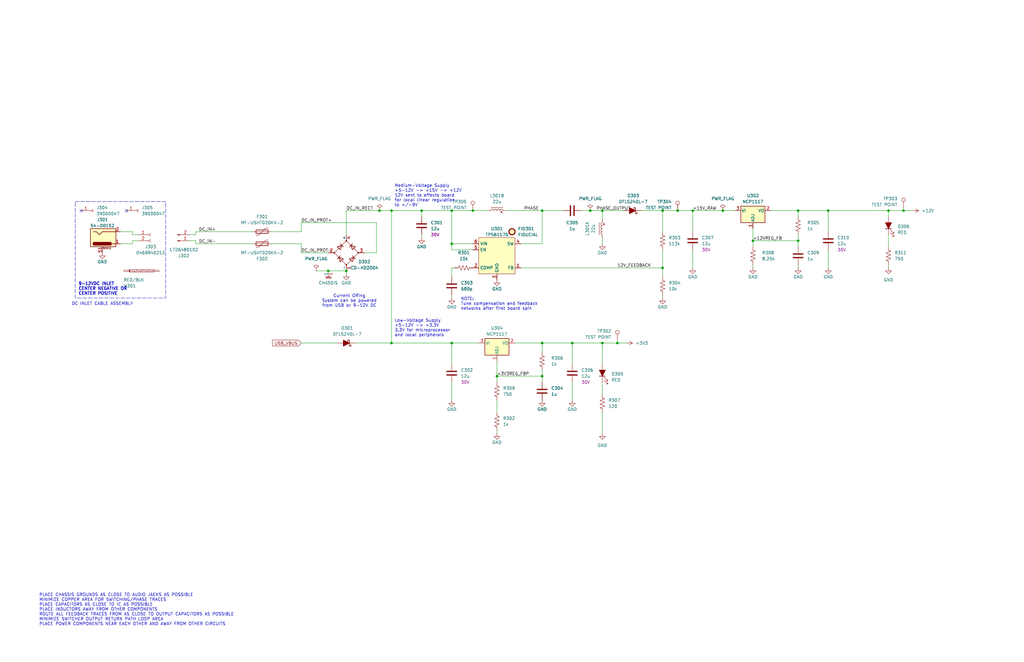
<source format=kicad_sch>
(kicad_sch (version 20231120) (generator "eeschema") (generator_version "8.0")
  (paper "USLedger")
  (title_block (title "Baseboard") (date "2023-08-19") (rev "A") (company "Alessandro Rizzoni") (comment 1 "SCHEMATIC") (comment 2 "DRAFT") (comment 3 "AIR"))
  (lib_symbols
    (symbol "Connector:Conn_01x01_Socket" (pin_names (offset 1.016) hide)
      (property "Reference" "J" (at 0 2.54 0))
      (property "Value" "Conn_01x01_Socket" (at 0 -2.54 0))
      (symbol "Conn_01x01_Socket_1_1"
        (polyline (pts (xy -1.27 0) (xy -0.508 0)) (stroke (width 0.1524)))
        (arc (start 0 0.508) (mid -0.5058 0) (end 0 -0.508) (stroke (width 0.1524)))
        (pin passive line (at -5.08 0 0) (length 3.81) (name "Pin_1") (number "1"))
      )
    )
    (symbol "Connector:Conn_01x02_Pin" (pin_names (offset 1.016) hide)
      (property "Reference" "J" (at 0 2.54 0))
      (property "Value" "Conn_01x02_Pin" (at 0 -5.08 0))
      (symbol "Conn_01x02_Pin_1_1"
        (polyline (pts (xy 1.27 -2.54) (xy 0.8636 -2.54)) (stroke (width 0.1524)))
        (polyline (pts (xy 1.27 0) (xy 0.8636 0)) (stroke (width 0.1524)))
        (rectangle (start 0.8636 -2.413) (end 0 -2.667) (stroke (width 0.1524)) (fill (type outline)))
        (rectangle (start 0.8636 0.127) (end 0 -0.127) (stroke (width 0.1524)) (fill (type outline)))
        (pin passive line (at 5.08 0 180) (length 3.81) (name "Pin_1") (number "1"))
        (pin passive line (at 5.08 -2.54 180) (length 3.81) (name "Pin_2") (number "2"))
      )
    )
    (symbol "Connector:Conn_01x02_Socket" (pin_names (offset 1.016) hide)
      (property "Reference" "J" (at 0 2.54 0))
      (property "Value" "Conn_01x02_Socket" (at 0 -5.08 0))
      (symbol "Conn_01x02_Socket_1_1"
        (arc (start 0 -2.032) (mid -0.5058 -2.54) (end 0 -3.048) (stroke (width 0.1524)))
        (polyline (pts (xy -1.27 -2.54) (xy -0.508 -2.54)) (stroke (width 0.1524)))
        (polyline (pts (xy -1.27 0) (xy -0.508 0)) (stroke (width 0.1524)))
        (arc (start 0 0.508) (mid -0.5058 0) (end 0 -0.508) (stroke (width 0.1524)))
        (pin passive line (at -5.08 0 0) (length 3.81) (name "Pin_1") (number "1"))
        (pin passive line (at -5.08 -2.54 0) (length 3.81) (name "Pin_2") (number "2"))
      )
    )
    (symbol "Connector:TestPoint" (pin_numbers hide) (pin_names (offset 0.762) hide)
      (property "Reference" "TP" (at 0 6.858 0))
      (property "Value" "TestPoint" (at 0 5.08 0))
      (symbol "TestPoint_0_1"
        (circle (center 0 3.302) (radius 0.762))
      )
      (symbol "TestPoint_1_1"
        (pin passive line (at 0 0 90) (length 2.54) (name "1") (number "1"))
      )
    )
    (symbol "Device:C" (pin_numbers hide) (pin_names (offset 0.254))
      (property "Reference" "C" (at 0.635 2.54 0))
      (property "Value" "C" (at 0.635 -2.54 0))
      (symbol "C_0_1"
        (polyline (pts (xy -2.032 -0.762) (xy 2.032 -0.762)) (stroke (width 0.508)))
        (polyline (pts (xy -2.032 0.762) (xy 2.032 0.762)) (stroke (width 0.508)))
      )
      (symbol "C_1_1"
        (pin passive line (at 0 3.81 270) (length 2.794) (name "~") (number "1"))
        (pin passive line (at 0 -3.81 90) (length 2.794) (name "~") (number "2"))
      )
    )
    (symbol "Device:D_Bridge_-AA+" (pin_names (offset 0))
      (property "Reference" "D" (at 2.54 6.985 0))
      (property "Value" "D_Bridge_-AA+" (at 2.54 5.08 0))
      (symbol "D_Bridge_-AA+_0_1"
        (circle (center -5.08 0) (radius 0.254) (fill (type outline)))
        (circle (center 0 -5.08) (radius 0.254) (fill (type outline)))
        (polyline (pts (xy -2.54 3.81) (xy -1.27 2.54)) (stroke (width 0.254)))
        (polyline (pts (xy -1.27 -2.54) (xy -2.54 -3.81)) (stroke (width 0.254)))
        (polyline (pts (xy 2.54 -1.27) (xy 3.81 -2.54)) (stroke (width 0.254)))
        (polyline (pts (xy 2.54 1.27) (xy 3.81 2.54)) (stroke (width 0.254)))
        (polyline (pts (xy -3.81 2.54) (xy -2.54 1.27) (xy -1.905 3.175) (xy -3.81 2.54)) (stroke (width 0.254)))
        (polyline (pts (xy -2.54 -1.27) (xy -3.81 -2.54) (xy -1.905 -3.175) (xy -2.54 -1.27)) (stroke (width 0.254)))
        (polyline (pts (xy 1.27 2.54) (xy 2.54 3.81) (xy 3.175 1.905) (xy 1.27 2.54)) (stroke (width 0.254)))
        (polyline (pts (xy 3.175 -1.905) (xy 1.27 -2.54) (xy 2.54 -3.81) (xy 3.175 -1.905)) (stroke (width 0.254)))
        (polyline (pts (xy -5.08 0) (xy 0 -5.08) (xy 5.08 0) (xy 0 5.08) (xy -5.08 0)))
        (circle (center 0 5.08) (radius 0.254) (fill (type outline)))
        (circle (center 5.08 0) (radius 0.254) (fill (type outline)))
      )
      (symbol "D_Bridge_-AA+_1_1"
        (pin passive line (at -7.62 0 0) (length 2.54) (name "-") (number "1"))
        (pin passive line (at 0 7.62 270) (length 2.54) (name "~") (number "2"))
        (pin passive line (at 0 -7.62 90) (length 2.54) (name "~") (number "3"))
        (pin passive line (at 7.62 0 180) (length 2.54) (name "+") (number "4"))
      )
    )
    (symbol "Device:D_Schottky_Filled" (pin_numbers hide) (pin_names (offset 1.016) hide)
      (property "Reference" "D" (at 0 2.54 0))
      (property "Value" "D_Schottky_Filled" (at 0 -2.54 0))
      (symbol "D_Schottky_Filled_0_1"
        (polyline (pts (xy 1.27 0) (xy -1.27 0)))
        (polyline (pts (xy 1.27 1.27) (xy 1.27 -1.27) (xy -1.27 0) (xy 1.27 1.27)) (stroke (width 0.254)) (fill (type outline)))
        (polyline (pts (xy -1.905 0.635) (xy -1.905 1.27) (xy -1.27 1.27) (xy -1.27 -1.27) (xy -0.635 -1.27) (xy -0.635 -0.635)) (stroke (width 0.254)))
      )
      (symbol "D_Schottky_Filled_1_1"
        (pin passive line (at -3.81 0 0) (length 2.54) (name "K") (number "1"))
        (pin passive line (at 3.81 0 180) (length 2.54) (name "A") (number "2"))
      )
    )
    (symbol "Device:LED_Filled" (pin_numbers hide) (pin_names (offset 1.016) hide)
      (property "Reference" "D" (at 0 2.54 0))
      (property "Value" "LED_Filled" (at 0 -2.54 0))
      (symbol "LED_Filled_0_1"
        (polyline (pts (xy -1.27 -1.27) (xy -1.27 1.27)) (stroke (width 0.254)))
        (polyline (pts (xy -1.27 0) (xy 1.27 0)))
        (polyline (pts (xy 1.27 -1.27) (xy 1.27 1.27) (xy -1.27 0) (xy 1.27 -1.27)) (stroke (width 0.254)) (fill (type outline)))
        (polyline (pts (xy -3.048 -0.762) (xy -4.572 -2.286) (xy -3.81 -2.286) (xy -4.572 -2.286) (xy -4.572 -1.524)))
        (polyline (pts (xy -1.778 -0.762) (xy -3.302 -2.286) (xy -2.54 -2.286) (xy -3.302 -2.286) (xy -3.302 -1.524)))
      )
      (symbol "LED_Filled_1_1"
        (pin passive line (at -3.81 0 0) (length 2.54) (name "K") (number "1"))
        (pin passive line (at 3.81 0 180) (length 2.54) (name "A") (number "2"))
      )
    )
    (symbol "Device:Polyfuse" (pin_numbers hide) (pin_names (offset 0))
      (property "Reference" "F" (at -2.54 0 90))
      (property "Value" "Polyfuse" (at 2.54 0 90))
      (symbol "Polyfuse_0_1"
        (rectangle (start -0.762 2.54) (end 0.762 -2.54) (stroke (width 0.254)))
        (polyline (pts (xy 0 2.54) (xy 0 -2.54)))
        (polyline (pts (xy -1.524 2.54) (xy -1.524 1.524) (xy 1.524 -1.524) (xy 1.524 -2.54)))
      )
      (symbol "Polyfuse_1_1"
        (pin passive line (at 0 3.81 270) (length 1.27) (name "~") (number "1"))
        (pin passive line (at 0 -3.81 90) (length 1.27) (name "~") (number "2"))
      )
    )
    (symbol "Device:R_US" (pin_numbers hide) (pin_names (offset 0))
      (property "Reference" "R" (at 2.54 0 90))
      (property "Value" "R_US" (at -2.54 0 90))
      (symbol "R_US_0_1"
        (polyline (pts (xy 0 -2.286) (xy 0 -2.54)))
        (polyline (pts (xy 0 2.286) (xy 0 2.54)))
        (polyline (pts (xy 0 -0.762) (xy 1.016 -1.143) (xy 0 -1.524) (xy -1.016 -1.905) (xy 0 -2.286)))
        (polyline (pts (xy 0 0.762) (xy 1.016 0.381) (xy 0 0) (xy -1.016 -0.381) (xy 0 -0.762)))
        (polyline (pts (xy 0 2.286) (xy 1.016 1.905) (xy 0 1.524) (xy -1.016 1.143) (xy 0 0.762)))
      )
      (symbol "R_US_1_1"
        (pin passive line (at 0 3.81 270) (length 1.27) (name "~") (number "1"))
        (pin passive line (at 0 -3.81 90) (length 1.27) (name "~") (number "2"))
      )
    )
    (symbol "Library:Barrel_Jack Shielded" (pin_names (offset 1.016))
      (property "Reference" "J" (at 0 5.334 0))
      (property "Value" "Barrel_Jack Shielded" (at -0.635 6.985 0))
      (symbol "Barrel_Jack Shielded_0_1"
        (rectangle (start -6.35 3.81) (end 4.445 -3.81) (stroke (width 0.254)) (fill (type background)))
        (arc (start -4.572 -1.905) (mid -5.2043 -2.54) (end -4.572 -3.175) (stroke (width 0.254)))
        (arc (start -4.572 -1.905) (mid -5.2043 -2.54) (end -4.572 -3.175) (stroke (width 0.254)) (fill (type outline)))
        (polyline (pts (xy 3.81 -2.54) (xy 2.54 -2.54)) (stroke (width 0.254)))
        (polyline (pts (xy -5.08 2.54) (xy -3.81 2.54) (xy -2.54 1.27) (xy -1.27 2.54) (xy 1.27 2.54) (xy 3.81 2.54)) (stroke (width 0.254)))
        (rectangle (start 2.413 -1.905) (end -4.572 -3.175) (stroke (width 0.254)) (fill (type outline)))
      )
      (symbol "Barrel_Jack Shielded_1_1"
        (text "SHIELD" (at 0.635 -4.445 0) (effects (font (size 0.635 0.635))))
        (pin passive line (at 6.35 -2.54 180) (length 2.54) (name "~") (number "1"))
        (pin passive line (at 6.35 2.54 180) (length 2.54) (name "~") (number "2"))
        (pin passive line (at -1.27 -6.35 90) (length 2.54) (name "") (number "S1"))
        (pin passive line (at -1.27 -6.35 90) (length 2.54) hide (name "") (number "S2"))
      )
    )
    (symbol "Library:Chassis" (pin_names (offset 0))
      (property "Value" "CHASSIS" (at 0 -3.302 0))
      (symbol "Chassis_0_1"
        (polyline (pts (xy 0 -1.27) (xy 0 0)))
        (polyline (pts (xy -1.016 -1.27) (xy -1.27 -2.032) (xy -1.27 -2.032)) (stroke (width 0.2032)))
        (polyline (pts (xy -0.508 -1.27) (xy -0.762 -2.032) (xy -0.762 -2.032)) (stroke (width 0.2032)))
        (polyline (pts (xy 0 -1.27) (xy -0.254 -2.032) (xy -0.254 -2.032)) (stroke (width 0.2032)))
        (polyline (pts (xy 0.508 -1.27) (xy 0.254 -2.032) (xy 0.254 -2.032)) (stroke (width 0.2032)))
        (polyline (pts (xy 1.016 -1.27) (xy -1.016 -1.27) (xy -1.016 -1.27)) (stroke (width 0.2032)))
        (polyline (pts (xy 1.016 -1.27) (xy 0.762 -2.032) (xy 0.762 -2.032) (xy 0.762 -2.032)) (stroke (width 0.2032)))
      )
      (symbol "Chassis_1_1"
        (pin power_in line (at 0 0 270) (length 0) (name "1") (number "1"))
      )
    )
    (symbol "Library:L_Coupled_POLAR" (pin_numbers hide) (pin_names (offset 1.016) hide)
      (property "Reference" "L" (at -1.27 0 90))
      (property "Value" "L" (at 2.54 0 90))
      (symbol "L_Coupled_POLAR_0_1"
        (arc (start 0 -2.54) (mid 0.6323 -1.905) (end 0 -1.27))
        (arc (start 0 -1.27) (mid 0.6323 -0.635) (end 0 0))
        (polyline (pts (xy 1.27 2.54) (xy 1.27 -2.54)))
        (arc (start 0 0) (mid 0.6323 0.635) (end 0 1.27))
        (arc (start 0 1.27) (mid 0.6323 1.905) (end 0 2.54))
      )
      (symbol "L_Coupled_POLAR_1_1"
        (circle (center -0.635 1.905) (radius 0.254) (fill (type outline)))
        (pin passive line (at 0 3.81 270) (length 1.27) (name "1") (number "1"))
        (pin passive line (at 0 -3.81 90) (length 1.27) (name "2") (number "2"))
      )
      (symbol "L_Coupled_POLAR_2_1"
        (circle (center -0.635 1.905) (radius 0.254) (fill (type outline)))
        (pin passive line (at 0 3.81 270) (length 1.27) (name "3") (number "3"))
        (pin passive line (at 0 -3.81 90) (length 1.27) (name "4") (number "4"))
      )
    )
    (symbol "Library:TI_TPS61170"
      (property "Reference" "U" (at 0 11.176 0))
      (property "Value" "TPS61170" (at 0 9.144 0))
      (symbol "TI_TPS61170_0_0"
        (pin input line (at 10.16 -5.08 180) (length 2.54) (name "FB") (number "1"))
        (pin output line (at -10.16 -5.08 0) (length 2.54) (name "COMP") (number "2"))
        (pin power_in line (at 0 -10.16 90) (length 2.54) (name "GND") (number "3"))
      )
      (symbol "TI_TPS61170_1_0"
        (pin power_out line (at 10.16 5.08 180) (length 2.54) (name "SW") (number "4"))
        (pin input line (at -10.16 2.54 0) (length 2.54) (name "EN") (number "5"))
        (pin power_in line (at -10.16 5.08 0) (length 2.54) (name "VIN") (number "6"))
        (pin power_in line (at 0 -10.16 90) (length 2.54) hide (name "GND") (number "7"))
      )
      (symbol "TI_TPS61170_1_1"
        (rectangle (start -7.62 7.62) (end 7.62 -7.62) (fill (type background)))
      )
    )
    (symbol "Library:Twisted_Pair" (on_board no)
      (property "Reference" "W" (at 0 -1.27 0))
      (symbol "Twisted_Pair_0_1"
        (arc (start -5.08 -0.508) (mid -4.9748 -0.254) (end -5.08 0))
        (arc (start -5.08 0) (mid -5.1852 -0.254) (end -5.08 -0.508))
        (arc (start -5.08 0) (mid -4.9748 0.254) (end -5.08 0.508))
        (arc (start -5.08 0.508) (mid -5.1852 0.254) (end -5.08 0))
        (arc (start -3.0452 -0.0028) (mid -2.8664 0.0724) (end -2.7912 0.2512))
        (arc (start -2.794 0.254) (mid -2.8684 0.4336) (end -3.048 0.508))
        (arc (start -2.5427 0.5107) (mid -2.7215 0.4355) (end -2.7967 0.2567))
        (arc (start -2.54 -0.508) (mid -2.3607 -0.4333) (end -2.286 -0.254))
        (arc (start -2.286 -0.254) (mid -2.2116 -0.4336) (end -2.032 -0.508))
        (arc (start -2.0354 0.0034) (mid -2.214 -0.072) (end -2.2894 -0.2506))
        (arc (start -0.5052 -0.0028) (mid -0.3264 0.0724) (end -0.2512 0.2512))
        (arc (start -0.254 0.254) (mid -0.3284 0.4336) (end -0.508 0.508))
        (arc (start -0.0027 0.5107) (mid -0.1815 0.4355) (end -0.2567 0.2567))
        (arc (start 0 -0.508) (mid 0.1793 -0.4333) (end 0.254 -0.254))
        (polyline (pts (xy -5.08 -0.508) (xy -2.54 -0.508)))
        (polyline (pts (xy -5.08 -0.254) (xy -7.62 -0.254)))
        (polyline (pts (xy -5.08 0) (xy -3.048 0)))
        (polyline (pts (xy -5.08 0.254) (xy -7.62 0.254)))
        (polyline (pts (xy -3.048 0.508) (xy -5.08 0.508)))
        (polyline (pts (xy -2.032 -0.508) (xy 0 -0.508)))
        (polyline (pts (xy -2.032 0) (xy -0.508 0)))
        (polyline (pts (xy -0.508 0.508) (xy -2.54 0.508)))
        (polyline (pts (xy 0 0.508) (xy 2.032 0.508)))
        (polyline (pts (xy 0.508 -0.508) (xy 2.54 -0.508)))
        (polyline (pts (xy 2.032 0) (xy 0.508 0)))
        (polyline (pts (xy 2.54 0.508) (xy 5.08 0.508)))
        (polyline (pts (xy 3.048 0) (xy 5.08 0)))
        (polyline (pts (xy 5.08 -0.508) (xy 3.048 -0.508)))
        (polyline (pts (xy 5.207 -0.254) (xy 7.62 -0.254)))
        (polyline (pts (xy 5.207 0.254) (xy 7.62 0.254)))
        (arc (start 0.254 -0.254) (mid 0.3284 -0.4336) (end 0.508 -0.508))
        (arc (start 0.5046 0.0034) (mid 0.326 -0.072) (end 0.2506 -0.2506))
        (arc (start 2.0348 -0.0028) (mid 2.2136 0.0724) (end 2.2888 0.2512))
        (arc (start 2.286 0.254) (mid 2.2116 0.4336) (end 2.032 0.508))
        (arc (start 2.5373 0.5107) (mid 2.3585 0.4355) (end 2.2833 0.2567))
        (arc (start 2.54 -0.508) (mid 2.7193 -0.4333) (end 2.794 -0.254))
        (arc (start 2.794 -0.254) (mid 2.8684 -0.4336) (end 3.048 -0.508))
        (arc (start 3.0446 0.0034) (mid 2.866 -0.072) (end 2.7906 -0.2506))
        (arc (start 5.08 -0.508) (mid 5.1852 -0.254) (end 5.08 0))
        (arc (start 5.08 0) (mid 5.1852 0.254) (end 5.08 0.508))
      )
    )
    (symbol "Mechanical:Fiducial" (exclude_from_sim yes) (in_bom no)
      (property "Reference" "FID" (at 0 5.08 0))
      (property "Value" "Fiducial" (at 0 3.175 0))
      (symbol "Fiducial_0_1"
        (circle (center 0 0) (radius 1.27) (stroke (width 0.508)) (fill (type background)))
      )
    )
    (symbol "Regulator_Linear:NCP1117-ADJ_TO252" (pin_names (offset 0.254))
      (property "Reference" "U" (at -3.81 3.175 0))
      (property "Value" "NCP1117-ADJ_TO252" (at 0 3.175 0))
      (symbol "NCP1117-ADJ_TO252_0_1"
        (rectangle (start -5.08 1.905) (end 5.08 -5.08) (stroke (width 0.254)) (fill (type background)))
      )
      (symbol "NCP1117-ADJ_TO252_1_1"
        (pin input line (at 0 -7.62 90) (length 2.54) (name "ADJ") (number "1"))
        (pin power_out line (at 7.62 0 180) (length 2.54) (name "VO") (number "2"))
        (pin power_in line (at -7.62 0 0) (length 2.54) (name "VI") (number "3"))
      )
    )
    (symbol "power:+3V3" (power) (pin_numbers hide) (pin_names (offset 0) hide)
      (property "Value" "+3V3" (at 0 3.556 0))
      (symbol "+3V3_0_1"
        (polyline (pts (xy -0.762 1.27) (xy 0 2.54)))
        (polyline (pts (xy 0 0) (xy 0 2.54)))
        (polyline (pts (xy 0 2.54) (xy 0.762 1.27)))
      )
      (symbol "+3V3_1_1"
        (pin power_in line (at 0 0 90) (length 0) (name "~") (number "1"))
      )
    )
    (symbol "power:+9V" (power) (pin_numbers hide) (pin_names (offset 0) hide)
      (property "Value" "+9V" (at 0 3.556 0))
      (symbol "+9V_0_1"
        (polyline (pts (xy -0.762 1.27) (xy 0 2.54)))
        (polyline (pts (xy 0 0) (xy 0 2.54)))
        (polyline (pts (xy 0 2.54) (xy 0.762 1.27)))
      )
      (symbol "+9V_1_1"
        (pin power_in line (at 0 0 90) (length 0) (name "~") (number "1"))
      )
    )
    (symbol "power:GND" (power) (pin_numbers hide) (pin_names (offset 0) hide)
      (property "Value" "GND" (at 0 -3.81 0))
      (symbol "GND_0_1"
        (polyline (pts (xy 0 0) (xy 0 -1.27) (xy 1.27 -1.27) (xy 0 -2.54) (xy -1.27 -1.27) (xy 0 -1.27)))
      )
      (symbol "GND_1_1"
        (pin power_in line (at 0 0 270) (length 0) (name "~") (number "1"))
      )
    )
    (symbol "power:PWR_FLAG" (power) (pin_numbers hide) (pin_names (offset 0) hide)
      (property "Value" "PWR_FLAG" (at 0 3.81 0))
      (symbol "PWR_FLAG_0_0"
        (pin power_out line (at 0 0 90) (length 0) (name "~") (number "1"))
      )
      (symbol "PWR_FLAG_0_1"
        (polyline (pts (xy 0 0) (xy 0 1.27) (xy -1.016 1.905) (xy 0 2.54) (xy 1.016 1.905) (xy 0 1.27)))
      )
    )
  )
  (junction (at 165.1 88.9))
  (junction (at 190.5 102.87))
  (junction (at 292.1 88.9))
  (junction (at 248.92 88.9))
  (junction (at 228.6 158.75))
  (junction (at 165.1 144.78))
  (junction (at 279.4 113.03))
  (junction (at 209.55 158.75))
  (junction (at 160.02 88.9))
  (junction (at 254 144.78))
  (junction (at 138.43 114.3))
  (junction (at 349.25 88.9))
  (junction (at 304.8 88.9))
  (junction (at 190.5 144.78))
  (junction (at 336.55 101.6))
  (junction (at 381 88.9))
  (junction (at 260.35 144.78))
  (junction (at 254 88.9))
  (junction (at 241.3 144.78))
  (junction (at 190.5 88.9))
  (junction (at 228.6 88.9))
  (junction (at 228.6 144.78))
  (junction (at 146.05 114.3))
  (junction (at 336.55 88.9))
  (junction (at 279.4 88.9))
  (junction (at 177.8 88.9))
  (junction (at 317.5 101.6))
  (junction (at 374.65 88.9))
  (junction (at 285.75 88.9))
  (junction (at 199.39 88.9))
  (no_connect (at 34.29 88.9))
  (no_connect (at 53.34 88.9))
  (wire (pts (xy 336.55 111.76) (xy 336.55 113.03)))
  (wire (pts (xy 279.4 113.03) (xy 279.4 116.84)))
  (wire (pts (xy 279.4 88.9) (xy 279.4 97.79)))
  (wire (pts (xy 114.3 97.79) (xy 127 97.79)))
  (wire (pts (xy 292.1 105.41) (xy 292.1 113.03)))
  (wire (pts (xy 228.6 144.78) (xy 241.3 144.78)))
  (wire (pts (xy 55.88 102.87) (xy 55.88 101.6)))
  (wire (pts (xy 209.55 173.99) (xy 209.55 168.91)))
  (wire (pts (xy 146.05 88.9) (xy 160.02 88.9)))
  (wire (pts (xy 160.02 88.9) (xy 165.1 88.9)))
  (wire (pts (xy 82.55 99.06) (xy 82.55 97.79)))
  (wire (pts (xy 374.65 88.9) (xy 381 88.9)))
  (wire (pts (xy 336.55 101.6) (xy 336.55 104.14)))
  (wire (pts (xy 165.1 144.78) (xy 190.5 144.78)))
  (wire (pts (xy 149.86 144.78) (xy 165.1 144.78)))
  (wire (pts (xy 127 102.87) (xy 127 106.68)))
  (wire (pts (xy 165.1 144.78) (xy 165.1 88.9)))
  (wire (pts (xy 279.4 105.41) (xy 279.4 113.03)))
  (wire (pts (xy 127 97.79) (xy 127 93.98)))
  (wire (pts (xy 114.3 102.87) (xy 127 102.87)))
  (wire (pts (xy 336.55 88.9) (xy 349.25 88.9)))
  (wire (pts (xy 50.8 102.87) (xy 55.88 102.87)))
  (wire (pts (xy 127 106.68) (xy 138.43 106.68)))
  (wire (pts (xy 146.05 115.57) (xy 146.05 114.3)))
  (wire (pts (xy 317.5 101.6) (xy 317.5 96.52)))
  (wire (pts (xy 292.1 88.9) (xy 304.8 88.9)))
  (wire (pts (xy 254 144.78) (xy 254 153.67)))
  (wire (pts (xy 228.6 144.78) (xy 228.6 148.59)))
  (wire (pts (xy 349.25 88.9) (xy 374.65 88.9)))
  (wire (pts (xy 349.25 105.41) (xy 349.25 113.03)))
  (wire (pts (xy 209.55 158.75) (xy 209.55 161.29)))
  (wire (pts (xy 381 87.63) (xy 381 88.9)))
  (wire (pts (xy 190.5 144.78) (xy 190.5 153.67)))
  (wire (pts (xy 138.43 115.57) (xy 138.43 114.3)))
  (wire (pts (xy 127 144.78) (xy 142.24 144.78)))
  (wire (pts (xy 177.8 88.9) (xy 190.5 88.9)))
  (wire (pts (xy 317.5 101.6) (xy 317.5 104.14)))
  (wire (pts (xy 285.75 88.9) (xy 292.1 88.9)))
  (wire (pts (xy 254 88.9) (xy 262.89 88.9)))
  (wire (pts (xy 58.42 99.06) (xy 55.88 99.06)))
  (wire (pts (xy 317.5 113.03) (xy 317.5 111.76)))
  (wire (pts (xy 241.3 161.29) (xy 241.3 168.91)))
  (wire (pts (xy 260.35 144.78) (xy 264.16 144.78)))
  (wire (pts (xy 254 144.78) (xy 260.35 144.78)))
  (wire (pts (xy 279.4 88.9) (xy 285.75 88.9)))
  (wire (pts (xy 241.3 153.67) (xy 241.3 144.78)))
  (wire (pts (xy 190.5 124.46) (xy 190.5 125.73)))
  (wire (pts (xy 209.55 152.4) (xy 209.55 158.75)))
  (wire (pts (xy 133.35 114.3) (xy 138.43 114.3)))
  (wire (pts (xy 279.4 125.73) (xy 279.4 124.46)))
  (wire (pts (xy 199.39 88.9) (xy 190.5 88.9)))
  (wire (pts (xy 349.25 97.79) (xy 349.25 88.9)))
  (wire (pts (xy 190.5 88.9) (xy 190.5 102.87)))
  (wire (pts (xy 260.35 143.51) (xy 260.35 144.78)))
  (wire (pts (xy 254 173.99) (xy 254 182.88)))
  (wire (pts (xy 374.65 111.76) (xy 374.65 113.03)))
  (wire (pts (xy 80.01 101.6) (xy 82.55 101.6)))
  (wire (pts (xy 317.5 101.6) (xy 336.55 101.6)))
  (wire (pts (xy 245.11 88.9) (xy 248.92 88.9)))
  (wire (pts (xy 217.17 144.78) (xy 228.6 144.78)))
  (wire (pts (xy 219.71 113.03) (xy 279.4 113.03)))
  (wire (pts (xy 190.5 113.03) (xy 190.5 116.84)))
  (wire (pts (xy 190.5 102.87) (xy 199.39 102.87)))
  (wire (pts (xy 292.1 88.9) (xy 292.1 97.79)))
  (wire (pts (xy 55.88 101.6) (xy 58.42 101.6)))
  (wire (pts (xy 336.55 88.9) (xy 336.55 91.44)))
  (wire (pts (xy 228.6 102.87) (xy 228.6 88.9)))
  (wire (pts (xy 127 93.98) (xy 158.75 93.98)))
  (wire (pts (xy 55.88 99.06) (xy 55.88 97.79)))
  (wire (pts (xy 374.65 88.9) (xy 374.65 91.44)))
  (wire (pts (xy 336.55 99.06) (xy 336.55 101.6)))
  (wire (pts (xy 82.55 97.79) (xy 106.68 97.79)))
  (wire (pts (xy 219.71 102.87) (xy 228.6 102.87)))
  (wire (pts (xy 191.77 113.03) (xy 190.5 113.03)))
  (wire (pts (xy 146.05 88.9) (xy 146.05 99.06)))
  (wire (pts (xy 158.75 106.68) (xy 158.75 93.98)))
  (wire (pts (xy 384.81 88.9) (xy 381 88.9)))
  (wire (pts (xy 205.74 88.9) (xy 199.39 88.9)))
  (wire (pts (xy 190.5 161.29) (xy 190.5 168.91)))
  (wire (pts (xy 254 100.33) (xy 254 102.87)))
  (wire (pts (xy 304.8 88.9) (xy 309.88 88.9)))
  (wire (pts (xy 248.92 88.9) (xy 254 88.9)))
  (wire (pts (xy 241.3 144.78) (xy 254 144.78)))
  (wire (pts (xy 254 161.29) (xy 254 166.37)))
  (wire (pts (xy 55.88 97.79) (xy 50.8 97.79)))
  (wire (pts (xy 270.51 88.9) (xy 279.4 88.9)))
  (wire (pts (xy 82.55 102.87) (xy 106.68 102.87)))
  (wire (pts (xy 325.12 88.9) (xy 336.55 88.9)))
  (wire (pts (xy 177.8 99.06) (xy 177.8 100.33)))
  (wire (pts (xy 228.6 88.9) (xy 237.49 88.9)))
  (wire (pts (xy 165.1 88.9) (xy 177.8 88.9)))
  (wire (pts (xy 138.43 114.3) (xy 146.05 114.3)))
  (wire (pts (xy 228.6 156.21) (xy 228.6 158.75)))
  (wire (pts (xy 177.8 88.9) (xy 177.8 91.44)))
  (wire (pts (xy 213.36 88.9) (xy 228.6 88.9)))
  (wire (pts (xy 228.6 158.75) (xy 228.6 161.29)))
  (wire (pts (xy 254 88.9) (xy 254 92.71)))
  (wire (pts (xy 190.5 102.87) (xy 190.5 105.41)))
  (wire (pts (xy 374.65 99.06) (xy 374.65 104.14)))
  (wire (pts (xy 209.55 158.75) (xy 228.6 158.75)))
  (wire (pts (xy 199.39 105.41) (xy 190.5 105.41)))
  (wire (pts (xy 209.55 182.88) (xy 209.55 181.61)))
  (wire (pts (xy 80.01 99.06) (xy 82.55 99.06)))
  (wire (pts (xy 190.5 144.78) (xy 201.93 144.78)))
  (wire (pts (xy 82.55 101.6) (xy 82.55 102.87)))
  (wire (pts (xy 158.75 106.68) (xy 153.67 106.68)))
  (rectangle (start 31.75 85.09) (end 69.85 125.73) (stroke (width 0) (type dash)))
  (text "NOTE:\nTune compensation and feedback\nnetworks after first board spin" (at 194.31 128.27 0) (effects (font (size 1.27 1.27)) (justify left)))
  (text "Current ORing\nSystem can be powered\nfrom USB or 9-12V DC" (at 147.32 127 0) (effects (font (size 1.27 1.27))))
  (text "9-12VDC INLET\nCENTER NEGATIVE OR\nCENTER POSITIVE" (at 33.02 121.92 0) (effects (font (size 1.27 1.27) (thickness 0.254) (bold yes)) (justify left)))
  (text "PLACE CHASSIS GROUNDS AS CLOSE TO AUDIO JACKS AS POSSIBLE\nMINIMIZE COPPER AREA FOR SWITCHING/PHASE TRACES\nPLACE CAPACITORS AS CLOSE TO IC AS POSSIBLE\nPLACE INDUCTORS AWAY FROM OTHER COMPONENTS\nROUTE ALL FEEDBACK TRACES FROM AS CLOSE TO OUTPUT CAPACITORS AS POSSIBLE\nMINIMIZE SWITCHER OUTPUT RETURN PATH LOOP AREA\nPLACE POWER COMPONENTS NEAR EACH OTHER AND AWAY FROM OTHER CIRCUITS\n" (at 16.51 264.16 0) (effects (font (size 1.27 1.27)) (justify left bottom)))
  (text "DC INLET CABLE ASSEMBLY" (at 43.18 128.27 0) (effects (font (size 1.27 1.27))))
  (text "Low-Voltage Supply\n+5-12V -> +3.3V\n3.3V for microprocessor\nand local peripherals" (at 166.37 138.43 0) (effects (font (size 1.27 1.27)) (justify left)))
  (text "Medium-Voltage Supply\n+5-12V -> +15V -> +12V\n12V sent to effects board\nfor local linear regulation\nto +/-9V" (at 166.37 82.55 0) (effects (font (size 1.27 1.27)) (justify left)))
  (label "DC_IN-" (at 83.82 102.87 0))
  (label "+3V3REG_FBP" (at 209.55 158.75 0))
  (label "DC_IN_RECT" (at 146.05 88.9 0))
  (label "PHASE" (at 220.98 88.9 0))
  (label "12V_FEEDBACK" (at 260.35 113.03 0))
  (label "PHASE_OUTPUT" (at 251.46 88.9 0))
  (label "+12VREG_FB" (at 317.5 101.6 0))
  (label "+15V_RAW" (at 292.1 88.9 0))
  (label "DC_IN+" (at 83.82 97.79 0))
  (label "DC_IN_PROT+" (at 127 93.98 0))
  (label "DC_IN_PROT-" (at 127 106.68 0))
  (global_label "USB_VBUS" (shape input) (at 127 144.78 180) (property "Intersheetrefs" "${INTERSHEET_REFS}" (effects (hide yes))))
  (symbol (lib_id "Library:TI_TPS61170") (at 209.55 107.95 0) (unit 1)
    (property "Reference" "U301" (at 209.55 96.52 0))
    (property "Value" "TPS61170" (at 209.55 99.06 0))
    (property "Footprint" "Library:WSON-6-1EP_2x2mm_P0.65mm_EP1x1.6mm_ThermalVias" (effects (hide yes)))
    (property "Datasheet" "https://www.ti.com/lit/ds/symlink/tps61170.pdf?HQS=dis-dk-null-digikeymode-dsf-pf-null-wwe&ts=1714356310390&ref_url=https%253A%252F%252Fwww.ti.com%252Fgeneral%252Fdocs%252Fsuppproductinfo.tsp%253FdistId%253D10%2526gotoUrl%253Dhttps%253A%252F%252Fwww.ti.com%252Flit%252Fgpn%252Ftps61170" (effects (hide yes)))
    (property "Manufacturer" "Texas Instruments" (effects (hide yes)))
    (property "Manufacturer (Alternate)" "Texas Instruments" (effects (hide yes)))
    (property "Part Number" "TPS61170DRVR" (effects (hide yes)))
    (property "Part Number (Alternate)" "TPS61170DRVRQ1" (effects (hide yes)))
  )
  (symbol (lib_id "Device:R_US") (at 254 170.18 0) (unit 1)
    (property "Reference" "R307" (at 256.54 168.91 0) (effects (justify left)))
    (property "Value" "120" (at 256.54 171.45 0) (effects (justify left)))
    (property "Footprint" "Resistor_SMD:R_0402_1005Metric" (effects (hide yes)))
    (property "Description" "Resistor, US symbol" (effects (hide yes)))
  )
  (symbol (lib_id "Device:D_Schottky_Filled") (at 266.7 88.9 180) (unit 1)
    (property "Reference" "D303" (at 267.0175 82.55 0))
    (property "Value" "DFLS240L-7" (at 267.0175 85.09 0))
    (property "Footprint" "Library:D_PowerDI-123_THERMAL_PAD" (effects (hide yes)))
    (property "Description" "Schottky diode, filled shape" (effects (hide yes)))
    (property "Manufacturer" "Diodes Inc." (effects (hide yes)))
    (property "Part Number" "DFLS240L-7" (effects (hide yes)))
    (property "Manufacturer (Alternate)" "Diodes Inc." (effects (hide yes)))
    (property "Part Number (Alternate)" "DFLS260L-7 " (effects (hide yes)))
  )
  (symbol (lib_id "power:GND") (at 190.5 168.91 0) (unit 1)
    (property "Reference" "#PWR0304" (effects (hide yes)))
    (property "Value" "GND" (at 190.5 172.72 0))
    (property "Description" "Power symbol creates a global label with name \"GND\" , ground" (effects (hide yes)))
  )
  (symbol (lib_id "Connector:Conn_01x02_Socket") (at 63.5 99.06 0) (unit 1) (on_board no)
    (property "Reference" "J303" (at 63.5 104.14 0))
    (property "Value" "0469940212" (at 63.5 106.68 0))
    (property "Footprint" "N/A" (effects (hide yes)))
    (property "Description" "Generic connector, single row, 01x02, script generated" (effects (hide yes)))
    (property "Part Number (Alternate)" "N/A" (effects (hide yes)))
    (property "Manufacturer (Alternate)" "N/A" (effects (hide yes)))
    (property "Manufacturer" "Molex" (effects (hide yes)))
    (property "Part Number" "0469940212" (effects (hide yes)))
  )
  (symbol (lib_id "Device:R_US") (at 279.4 101.6 0) (unit 1)
    (property "Reference" "R303" (at 281.94 100.33 0) (effects (justify left)))
    (property "Value" "113k" (at 281.94 102.87 0) (effects (justify left)))
    (property "Footprint" "Resistor_SMD:R_0402_1005Metric" (effects (hide yes)))
    (property "Description" "Resistor, US symbol" (effects (hide yes)))
  )
  (symbol (lib_id "Device:R_US") (at 374.65 107.95 0) (unit 1)
    (property "Reference" "R311" (at 377.19 106.68 0) (effects (justify left)))
    (property "Value" "750" (at 377.19 109.22 0) (effects (justify left)))
    (property "Footprint" "Resistor_SMD:R_0402_1005Metric" (effects (hide yes)))
    (property "Description" "Resistor, US symbol" (effects (hide yes)))
  )
  (symbol (lib_id "power:GND") (at 177.8 100.33 0) (unit 1)
    (property "Reference" "#PWR0303" (effects (hide yes)))
    (property "Value" "GND" (at 177.8 104.14 0))
    (property "Description" "Power symbol creates a global label with name \"GND\" , ground" (effects (hide yes)))
  )
  (symbol (lib_id "Device:C") (at 292.1 101.6 0) (mirror x) (unit 1) (exclude_from_sim yes)
    (property "Reference" "C307" (at 295.91 100.33 0) (effects (justify left)))
    (property "Value" "12u" (at 295.91 102.87 0) (effects (justify left)))
    (property "Footprint" "Capacitor_SMD:C_0805_2012Metric" (effects (hide yes)))
    (property "Description" "Unpolarized capacitor" (effects (hide yes)))
    (property "Note 1" "30V" (at 295.91 105.41 0) (effects (justify left)))
  )
  (symbol (lib_id "power:PWR_FLAG") (at 248.92 88.9 0) (unit 1)
    (property "Reference" "#FLG0305" (effects (hide yes)))
    (property "Value" "PWR_FLAG" (at 248.92 83.82 0))
    (property "Description" "Special symbol for telling ERC where power comes from" (effects (hide yes)))
  )
  (symbol (lib_id "Library:L_Coupled_POLAR") (at 254 96.52 0) (mirror y) (unit 1)
    (property "Reference" "L301" (at 247.65 96.52 90))
    (property "Value" "22u" (at 250.19 96.52 90))
    (property "Footprint" "Library:EATON_DRQ73-220-R" (effects (hide yes)))
    (property "Description" "Inductor" (effects (hide yes)))
    (property "Manufacturer" "Eaton" (effects (hide yes)))
    (property "Part Number" "DRQ73-220-R" (effects (hide yes)))
    (property "Manufacturer (Alternate)" "N/A" (effects (hide yes)))
    (property "Part Number (Alternate)" "N/A" (effects (hide yes)))
  )
  (symbol (lib_id "Device:R_US") (at 209.55 177.8 0) (unit 1)
    (property "Reference" "R302" (at 212.09 176.53 0) (effects (justify left)))
    (property "Value" "1k" (at 212.09 179.07 0) (effects (justify left)))
    (property "Footprint" "Resistor_SMD:R_0402_1005Metric" (effects (hide yes)))
    (property "Description" "Resistor, US symbol" (effects (hide yes)))
  )
  (symbol (lib_id "Device:C") (at 241.3 88.9 90) (mirror x) (unit 1)
    (property "Reference" "C305" (at 241.3 93.98 90))
    (property "Value" "1u" (at 241.3 96.52 90))
    (property "Footprint" "Capacitor_SMD:C_0603_1608Metric" (effects (hide yes)))
    (property "Description" "Unpolarized capacitor" (effects (hide yes)))
    (property "Note 1" "30V" (effects (hide yes)))
  )
  (symbol (lib_id "power:GND") (at 209.55 118.11 0) (unit 1)
    (property "Reference" "#PWR0307" (effects (hide yes)))
    (property "Value" "GND" (at 209.55 121.92 0))
    (property "Description" "Power symbol creates a global label with name \"GND\" , ground" (effects (hide yes)))
  )
  (symbol (lib_id "Device:LED_Filled") (at 254 157.48 90) (unit 1)
    (property "Reference" "D305" (at 257.81 157.7975 90) (effects (justify right)))
    (property "Value" "RED" (at 257.81 160.3375 90) (effects (justify right)))
    (property "Footprint" "LED_SMD:LED_0603_1608Metric" (effects (hide yes)))
    (property "Description" "Light emitting diode, filled shape" (effects (hide yes)))
    (property "Manufacturer" "Wurth" (effects (hide yes)))
    (property "Part Number" "150060RS75000" (effects (hide yes)))
    (property "Manufacturer (Alternate)" "Lite-On Inc." (effects (hide yes)))
    (property "Part Number (Alternate)" "LTST-C193KRKT-5A" (effects (hide yes)))
  )
  (symbol (lib_id "power:GND") (at 254 102.87 0) (unit 1)
    (property "Reference" "#PWR0309" (effects (hide yes)))
    (property "Value" "GND" (at 254 106.68 0))
    (property "Description" "Power symbol creates a global label with name \"GND\" , ground" (effects (hide yes)))
  )
  (symbol (lib_id "Device:C") (at 177.8 95.25 0) (mirror x) (unit 1) (exclude_from_sim yes)
    (property "Reference" "C301" (at 181.61 93.98 0) (effects (justify left)))
    (property "Value" "12u" (at 181.61 96.52 0) (effects (justify left)))
    (property "Footprint" "Capacitor_SMD:C_0805_2012Metric" (effects (hide yes)))
    (property "Description" "Unpolarized capacitor" (effects (hide yes)))
    (property "Note 1" "30V" (at 181.61 99.06 0) (effects (justify left)))
  )
  (symbol (lib_id "Library:Twisted_Pair") (at 59.69 114.3 0) (mirror x) (unit 1) (exclude_from_sim yes) (on_board no)
    (property "Reference" "W301" (at 52.07 120.65 0) (effects (justify left)))
    (property "Value" "RED/BLK" (at 52.07 118.11 0) (effects (justify left)))
    (property "Footprint" "N/A" (effects (hide yes)))
    (property "Datasheet" "http://www.asapwire.com/ProductDetails.asp?ProductCode=UL1007%2D24%2DXXTP1%2D0500" (effects (hide yes)))
    (property "Manufacturer" "ASAP Wire" (effects (hide yes)))
    (property "Part Number" "UL1007 UL1569 CSA-TR64 24 AWG (7/30) " (effects (hide yes)))
    (property "Manufacturer (Alternate)" "N/A" (effects (hide yes)))
    (property "Part Number (Alternate)" "UL1007 UL1569 CSA-TR64 24 AWG (7/30) " (effects (hide yes)))
  )
  (symbol (lib_id "Regulator_Linear:NCP1117-ADJ_TO252") (at 317.5 88.9 0) (unit 1)
    (property "Reference" "U302" (at 317.5 82.55 0))
    (property "Value" "NCP1117" (at 317.5 85.09 0))
    (property "Footprint" "Library:TO-252-2_THERMAL_PAD" (effects (hide yes)))
    (property "Datasheet" "http://www.onsemi.com/pub_link/Collateral/NCP1117-D.PDF" (effects (hide yes)))
    (property "Description" "1A Low drop-out regulator, Adjustable Output 1.25 - 18.8V, TO-252 (DPAK)" (effects (hide yes)))
  )
  (symbol (lib_id "Device:C") (at 190.5 120.65 0) (unit 1)
    (property "Reference" "C303" (at 194.31 119.38 0) (effects (justify left)))
    (property "Value" "680p" (at 194.31 121.92 0) (effects (justify left)))
    (property "Footprint" "Capacitor_SMD:C_0603_1608Metric" (effects (hide yes)))
    (property "Description" "Unpolarized capacitor" (effects (hide yes)))
    (property "Note 1" "30V " (effects (hide yes)))
    (property "Note 2" "C0G(NP0)" (effects (hide yes)))
  )
  (symbol (lib_id "power:GND") (at 190.5 125.73 0) (unit 1)
    (property "Reference" "#PWR0305" (effects (hide yes)))
    (property "Value" "GND" (at 190.5 129.54 0))
    (property "Description" "Power symbol creates a global label with name \"GND\" , ground" (effects (hide yes)))
  )
  (symbol (lib_id "power:+3V3") (at 264.16 144.78 270) (unit 1)
    (property "Reference" "#PWR0316" (effects (hide yes)))
    (property "Value" "+3V3" (at 267.97 144.7799 90) (effects (justify left)))
    (property "Description" "Power symbol creates a global label with name \"+3V3\"" (effects (hide yes)))
  )
  (symbol (lib_id "Device:R_US") (at 336.55 95.25 180) (unit 1)
    (property "Reference" "R305" (at 340.36 93.9799 0) (effects (justify right)))
    (property "Value" "1k" (at 340.36 96.5199 0) (effects (justify right)))
    (property "Footprint" "Resistor_SMD:R_0402_1005Metric" (effects (hide yes)))
    (property "Description" "Resistor, US symbol" (effects (hide yes)))
  )
  (symbol (lib_id "Device:R_US") (at 209.55 165.1 0) (unit 1)
    (property "Reference" "R309" (at 212.09 163.83 0) (effects (justify left)))
    (property "Value" "750" (at 212.09 166.37 0) (effects (justify left)))
    (property "Footprint" "Resistor_SMD:R_0402_1005Metric" (effects (hide yes)))
    (property "Description" "Resistor, US symbol" (effects (hide yes)))
  )
  (symbol (lib_id "Device:C") (at 336.55 107.95 0) (mirror x) (unit 1) (exclude_from_sim yes)
    (property "Reference" "C309" (at 340.36 106.68 0) (effects (justify left)))
    (property "Value" "1u" (at 340.36 109.22 0) (effects (justify left)))
    (property "Footprint" "Capacitor_SMD:C_0603_1608Metric" (effects (hide yes)))
    (property "Description" "Unpolarized capacitor" (effects (hide yes)))
    (property "Note 1" "30V" (effects (hide yes)))
  )
  (symbol (lib_id "power:+9V") (at 384.81 88.9 270) (unit 1)
    (property "Reference" "#PWR0322" (effects (hide yes)))
    (property "Value" "+12V" (at 388.62 88.9 90) (effects (justify left)))
    (property "Description" "Power symbol creates a global label with name \"+9V\"" (effects (hide yes)))
  )
  (symbol (lib_id "Device:C") (at 349.25 101.6 0) (mirror x) (unit 1) (exclude_from_sim yes)
    (property "Reference" "C310" (at 353.06 100.33 0) (effects (justify left)))
    (property "Value" "12u" (at 353.06 102.87 0) (effects (justify left)))
    (property "Footprint" "Capacitor_SMD:C_0805_2012Metric" (effects (hide yes)))
    (property "Description" "Unpolarized capacitor" (effects (hide yes)))
    (property "Note 1" "30V" (at 353.06 105.41 0) (effects (justify left)))
  )
  (symbol (lib_id "power:GND") (at 146.05 115.57 0) (unit 1)
    (property "Reference" "#PWR0302" (effects (hide yes)))
    (property "Value" "GND" (at 146.05 119.38 0))
    (property "Description" "Power symbol creates a global label with name \"GND\" , ground" (effects (hide yes)))
  )
  (symbol (lib_id "Library:L_Coupled_POLAR") (at 209.55 88.9 270) (mirror x) (unit 2)
    (property "Reference" "L301" (at 209.55 82.55 90))
    (property "Value" "22u" (at 209.55 85.09 90))
    (property "Footprint" "Library:EATON_DRQ73-220-R" (effects (hide yes)))
    (property "Description" "Inductor" (effects (hide yes)))
    (property "Manufacturer" "Eaton" (effects (hide yes)))
    (property "Part Number" "DRQ73-220-R" (effects (hide yes)))
    (property "Manufacturer (Alternate)" "N/A" (effects (hide yes)))
    (property "Part Number (Alternate)" "N/A" (effects (hide yes)))
  )
  (symbol (lib_id "Device:C") (at 241.3 157.48 0) (mirror x) (unit 1) (exclude_from_sim yes)
    (property "Reference" "C306" (at 245.11 156.21 0) (effects (justify left)))
    (property "Value" "12u" (at 245.11 158.75 0) (effects (justify left)))
    (property "Footprint" "Capacitor_SMD:C_0805_2012Metric" (effects (hide yes)))
    (property "Description" "Unpolarized capacitor" (effects (hide yes)))
    (property "Note 1" "30V" (at 245.11 161.29 0) (effects (justify left)))
  )
  (symbol (lib_id "power:PWR_FLAG") (at 160.02 88.9 0) (mirror y) (unit 1)
    (property "Reference" "#FLG0301" (effects (hide yes)))
    (property "Value" "PWR_FLAG" (at 160.02 83.82 0))
    (property "Description" "Special symbol for telling ERC where power comes from" (effects (hide yes)))
  )
  (symbol (lib_id "Connector:TestPoint") (at 199.39 88.9 0) (unit 1) (exclude_from_sim yes) (in_bom no)
    (property "Reference" "TP305" (at 196.85 85.09 0) (effects (justify right)))
    (property "Value" "TEST POINT" (at 196.85 87.63 0) (effects (justify right)))
    (property "Footprint" "TestPoint:TestPoint_Pad_D1.0mm" (effects (hide yes)))
    (property "Description" "test point" (effects (hide yes)))
    (property "Manufacturer" "N/A" (effects (hide yes)))
    (property "Part Number" "N/A" (effects (hide yes)))
    (property "Manufacturer (Alternate)" "N/A" (effects (hide yes)))
    (property "Part Number (Alternate)" "N/A" (effects (hide yes)))
  )
  (symbol (lib_id "Device:C") (at 228.6 165.1 0) (mirror x) (unit 1) (exclude_from_sim yes)
    (property "Reference" "C304" (at 232.41 163.83 0) (effects (justify left)))
    (property "Value" "1u" (at 232.41 166.37 0) (effects (justify left)))
    (property "Footprint" "Capacitor_SMD:C_0603_1608Metric" (effects (hide yes)))
    (property "Description" "Unpolarized capacitor" (effects (hide yes)))
    (property "Note 1" "30V" (effects (hide yes)))
  )
  (symbol (lib_id "power:GND") (at 241.3 168.91 0) (unit 1)
    (property "Reference" "#PWR0310" (effects (hide yes)))
    (property "Value" "GND" (at 241.3 172.72 0))
    (property "Description" "Power symbol creates a global label with name \"GND\" , ground" (effects (hide yes)))
  )
  (symbol (lib_id "power:GND") (at 209.55 182.88 0) (unit 1)
    (property "Reference" "#PWR0306" (effects (hide yes)))
    (property "Value" "GND" (at 209.55 186.69 0))
    (property "Description" "Power symbol creates a global label with name \"GND\" , ground" (effects (hide yes)))
  )
  (symbol (lib_id "power:PWR_FLAG") (at 133.35 114.3 0) (mirror y) (unit 1)
    (property "Reference" "#FLG0307" (effects (hide yes)))
    (property "Value" "PWR_FLAG" (at 133.35 109.22 0))
    (property "Description" "Special symbol for telling ERC where power comes from" (effects (hide yes)))
  )
  (symbol (lib_id "Connector:Conn_01x01_Socket") (at 58.42 88.9 0) (unit 1) (exclude_from_sim yes) (on_board no)
    (property "Reference" "J305" (at 59.69 87.63 0) (effects (justify left)))
    (property "Value" "39000047" (at 59.69 90.17 0) (effects (justify left)))
    (property "Footprint" "N/A" (effects (hide yes)))
    (property "Description" "Generic connector, single row, 01x01, script generated" (effects (hide yes)))
    (property "Manufacturer" "Molex" (effects (hide yes)))
    (property "Part Number" "39000047" (effects (hide yes)))
    (property "Manufacturer (Alternate)" "N/A" (effects (hide yes)))
    (property "Part Number (Alternate)" "N/A" (effects (hide yes)))
  )
  (symbol (lib_id "Device:D_Bridge_-AA+") (at 146.05 106.68 90) (unit 1)
    (property "Reference" "D302" (at 153.67 110.49 90))
    (property "Value" "CD-HD2004" (at 153.67 113.03 90))
    (property "Footprint" "Library:BOURNS_CD_HD2x" (effects (hide yes)))
    (property "Description" "Diode bridge, -ve/AC/AC/+ve" (effects (hide yes)))
    (property "Manufacturer" "Bourns" (effects (hide yes)))
    (property "Part Number" "CD-HD2004" (effects (hide yes)))
    (property "Manufacturer (Alternate)" "Bourns" (effects (hide yes)))
    (property "Part Number (Alternate)" "CD-HD2006" (effects (hide yes)))
  )
  (symbol (lib_id "power:GND") (at 292.1 113.03 0) (unit 1)
    (property "Reference" "#PWR0313" (effects (hide yes)))
    (property "Value" "GND" (at 292.1 116.84 0))
    (property "Description" "Power symbol creates a global label with name \"GND\" , ground" (effects (hide yes)))
  )
  (symbol (lib_id "power:GND") (at 317.5 113.03 0) (unit 1)
    (property "Reference" "#PWR0317" (effects (hide yes)))
    (property "Value" "GND" (at 317.5 116.84 0))
    (property "Description" "Power symbol creates a global label with name \"GND\" , ground" (effects (hide yes)))
  )
  (symbol (lib_id "Connector:Conn_01x02_Pin") (at 74.93 101.6 0) (mirror x) (unit 1)
    (property "Reference" "J302" (at 77.47 107.95 0))
    (property "Value" "1726480102" (at 77.47 105.41 0))
    (property "Footprint" "Library:MOLEX_MINIFITJR_RA_2P_1726480102" (effects (hide yes)))
    (property "Description" "Generic connector, single row, 01x02, script generated" (effects (hide yes)))
    (property "Part Number (Alternate)" "N/A" (effects (hide yes)))
    (property "Manufacturer (Alternate)" "N/A" (effects (hide yes)))
    (property "Manufacturer" "Molex" (effects (hide yes)))
    (property "Part Number" "1726480102" (effects (hide yes)))
  )
  (symbol (lib_id "Device:Polyfuse") (at 110.49 97.79 90) (unit 1)
    (property "Reference" "F301" (at 110.49 91.44 90))
    (property "Value" "MF-USHT020KX-2" (at 110.49 93.98 90))
    (property "Footprint" "Fuse:Fuse_1210_3225Metric" (effects (hide yes)))
    (property "Description" "Resettable fuse, polymeric positive temperature coefficient" (effects (hide yes)))
    (property "Manufacturer" "Bourns" (effects (hide yes)))
    (property "Manufacturer (Alternate)" "Bourns" (effects (hide yes)))
    (property "Part Number" "MF-USHT020KX-2" (effects (hide yes)))
    (property "Part Number (Alternate)" "MF-NSHT020KX-2" (effects (hide yes)))
  )
  (symbol (lib_id "power:GND") (at 43.18 106.68 0) (unit 1)
    (property "Reference" "#PWR0301" (effects (hide yes)))
    (property "Value" "GND" (at 43.18 110.49 0))
    (property "Description" "Power symbol creates a global label with name \"GND\" , ground" (effects (hide yes)))
  )
  (symbol (lib_id "Library:Chassis") (at 138.43 115.57 0) (mirror y) (unit 1) (exclude_from_sim yes)
    (property "Reference" "G301" (effects (hide yes)))
    (property "Value" "CHASSIS" (at 138.43 119.38 0))
    (property "Footprint" "Library:Harwin_EMI_Finger_S7061-46R" (effects (hide yes)))
    (property "Datasheet" "https://cdn.harwin.com/pdfs/Harwin_Product_Catalog_page_281.pdf" (effects (hide yes)))
    (property "Description" "Power symbol creates a global label with name \"Chassis\" , chassis ground" (effects (hide yes)))
    (property "Manufacturer" "Harwin" (effects (hide yes)))
    (property "Part Number" "S7061-46R" (effects (hide yes)))
    (property "Manufacturer (Alternate)" "Harwin" (effects (hide yes)))
    (property "Part Number (Alternate)" "S7061-42R" (effects (hide yes)))
  )
  (symbol (lib_id "Mechanical:Fiducial") (at 215.9 97.79 0) (unit 1)
    (property "Reference" "FID301" (at 218.44 96.52 0) (effects (justify left)))
    (property "Value" "FIDUCIAL" (at 218.44 99.06 0) (effects (justify left)))
    (property "Footprint" "Fiducial:Fiducial_0.5mm_Mask1mm" (effects (hide yes)))
    (property "Description" "Fiducial Marker" (effects (hide yes)))
    (property "Manufacturer" "N/A" (effects (hide yes)))
    (property "Part Number" "N/A" (effects (hide yes)))
    (property "Manufacturer (Alternate)" "N/A" (effects (hide yes)))
    (property "Part Number (Alternate)" "N/A" (effects (hide yes)))
  )
  (symbol (lib_id "Device:LED_Filled") (at 374.65 95.25 90) (unit 1)
    (property "Reference" "D306" (at 378.46 95.5675 90) (effects (justify right)))
    (property "Value" "RED" (at 378.46 98.1075 90) (effects (justify right)))
    (property "Footprint" "LED_SMD:LED_0603_1608Metric" (effects (hide yes)))
    (property "Description" "Light emitting diode, filled shape" (effects (hide yes)))
    (property "Manufacturer" "Wurth" (effects (hide yes)))
    (property "Part Number" "150060RS75000" (effects (hide yes)))
    (property "Manufacturer (Alternate)" "Lite-On Inc." (effects (hide yes)))
    (property "Part Number (Alternate)" "LTST-C193KRKT-5A" (effects (hide yes)))
  )
  (symbol (lib_id "Device:R_US") (at 317.5 107.95 180) (unit 1)
    (property "Reference" "R308" (at 321.31 106.6799 0) (effects (justify right)))
    (property "Value" "8.25k" (at 321.31 109.2199 0) (effects (justify right)))
    (property "Footprint" "Resistor_SMD:R_0402_1005Metric" (effects (hide yes)))
    (property "Description" "Resistor, US symbol" (effects (hide yes)))
  )
  (symbol (lib_id "power:GND") (at 349.25 113.03 0) (unit 1)
    (property "Reference" "#PWR0319" (effects (hide yes)))
    (property "Value" "GND" (at 349.25 116.84 0))
    (property "Description" "Power symbol creates a global label with name \"GND\" , ground" (effects (hide yes)))
  )
  (symbol (lib_id "Library:Barrel_Jack Shielded") (at 44.45 100.33 0) (unit 1) (on_board no)
    (property "Reference" "J301" (at 43.18 92.71 0))
    (property "Value" "54-00152" (at 43.18 95.25 0))
    (property "Footprint" "Library:CUI_PJ-063AH" (effects (hide yes)))
    (property "Description" "DC Barrel Jack" (effects (hide yes)))
    (property "Manufacturer" "Tensility International Corp." (effects (hide yes)))
    (property "Part Number" "54-00152" (effects (hide yes)))
  )
  (symbol (lib_id "power:GND") (at 254 182.88 0) (unit 1)
    (property "Reference" "#PWR0315" (effects (hide yes)))
    (property "Value" "GND" (at 254 187.96 0))
    (property "Description" "Power symbol creates a global label with name \"GND\" , ground" (effects (hide yes)))
  )
  (symbol (lib_id "power:GND") (at 374.65 113.03 0) (unit 1)
    (property "Reference" "#PWR0321" (effects (hide yes)))
    (property "Value" "GND" (at 374.65 118.11 0))
    (property "Description" "Power symbol creates a global label with name \"GND\" , ground" (effects (hide yes)))
  )
  (symbol (lib_id "power:GND") (at 228.6 168.91 0) (unit 1)
    (property "Reference" "#PWR0308" (effects (hide yes)))
    (property "Value" "GND" (at 228.6 172.72 0))
    (property "Description" "Power symbol creates a global label with name \"GND\" , ground" (effects (hide yes)))
  )
  (symbol (lib_id "Connector:TestPoint") (at 260.35 143.51 0) (unit 1) (exclude_from_sim yes) (in_bom no)
    (property "Reference" "TP302" (at 257.81 139.7 0) (effects (justify right)))
    (property "Value" "TEST POINT" (at 257.81 142.24 0) (effects (justify right)))
    (property "Footprint" "TestPoint:TestPoint_Pad_D1.0mm" (effects (hide yes)))
    (property "Description" "test point" (effects (hide yes)))
    (property "Manufacturer" "N/A" (effects (hide yes)))
    (property "Part Number" "N/A" (effects (hide yes)))
    (property "Manufacturer (Alternate)" "N/A" (effects (hide yes)))
    (property "Part Number (Alternate)" "N/A" (effects (hide yes)))
  )
  (symbol (lib_id "Connector:Conn_01x01_Socket") (at 39.37 88.9 0) (unit 1) (exclude_from_sim yes) (on_board no)
    (property "Reference" "J304" (at 40.64 87.63 0) (effects (justify left)))
    (property "Value" "39000047" (at 40.64 90.17 0) (effects (justify left)))
    (property "Footprint" "N/A" (effects (hide yes)))
    (property "Description" "Generic connector, single row, 01x01, script generated" (effects (hide yes)))
    (property "Manufacturer" "Molex" (effects (hide yes)))
    (property "Part Number" "39000047" (effects (hide yes)))
    (property "Manufacturer (Alternate)" "N/A" (effects (hide yes)))
    (property "Part Number (Alternate)" "N/A" (effects (hide yes)))
  )
  (symbol (lib_id "power:PWR_FLAG") (at 304.8 88.9 0) (unit 1)
    (property "Reference" "#FLG0306" (effects (hide yes)))
    (property "Value" "PWR_FLAG" (at 304.8 83.82 0))
    (property "Description" "Special symbol for telling ERC where power comes from" (effects (hide yes)))
  )
  (symbol (lib_id "Regulator_Linear:NCP1117-ADJ_TO252") (at 209.55 144.78 0) (unit 1)
    (property "Reference" "U304" (at 209.55 138.43 0))
    (property "Value" "NCP1117" (at 209.55 140.97 0))
    (property "Footprint" "Library:TO-252-2_THERMAL_PAD" (effects (hide yes)))
    (property "Datasheet" "http://www.onsemi.com/pub_link/Collateral/NCP1117-D.PDF" (effects (hide yes)))
    (property "Description" "1A Low drop-out regulator, Adjustable Output 1.25 - 18.8V, TO-252 (DPAK)" (effects (hide yes)))
  )
  (symbol (lib_id "Connector:TestPoint") (at 381 87.63 0) (unit 1) (exclude_from_sim yes) (in_bom no)
    (property "Reference" "TP303" (at 378.46 83.82 0) (effects (justify right)))
    (property "Value" "TEST POINT" (at 378.46 86.36 0) (effects (justify right)))
    (property "Footprint" "TestPoint:TestPoint_Pad_D1.0mm" (effects (hide yes)))
    (property "Description" "test point" (effects (hide yes)))
    (property "Manufacturer" "N/A" (effects (hide yes)))
    (property "Part Number" "N/A" (effects (hide yes)))
    (property "Manufacturer (Alternate)" "N/A" (effects (hide yes)))
    (property "Part Number (Alternate)" "N/A" (effects (hide yes)))
  )
  (symbol (lib_id "Device:D_Schottky_Filled") (at 146.05 144.78 180) (unit 1)
    (property "Reference" "D301" (at 146.3675 138.43 0))
    (property "Value" "DFLS240L-7" (at 146.3675 140.97 0))
    (property "Footprint" "Diode_SMD:D_PowerDI-123" (effects (hide yes)))
    (property "Description" "Schottky diode, filled shape" (effects (hide yes)))
    (property "Manufacturer" "Diodes Inc." (effects (hide yes)))
    (property "Part Number" "DFLS240L-7" (effects (hide yes)))
    (property "Manufacturer (Alternate)" "Diodes Inc." (effects (hide yes)))
    (property "Part Number (Alternate)" "DFLS260L-7 " (effects (hide yes)))
  )
  (symbol (lib_id "power:GND") (at 279.4 125.73 0) (unit 1)
    (property "Reference" "#PWR0311" (effects (hide yes)))
    (property "Value" "GND" (at 279.4 129.54 0))
    (property "Description" "Power symbol creates a global label with name \"GND\" , ground" (effects (hide yes)))
  )
  (symbol (lib_id "Device:R_US") (at 228.6 152.4 180) (unit 1)
    (property "Reference" "R306" (at 232.41 151.1299 0) (effects (justify right)))
    (property "Value" "1k" (at 232.41 153.6699 0) (effects (justify right)))
    (property "Footprint" "Resistor_SMD:R_0402_1005Metric" (effects (hide yes)))
    (property "Description" "Resistor, US symbol" (effects (hide yes)))
  )
  (symbol (lib_id "Device:R_US") (at 195.58 113.03 270) (unit 1)
    (property "Reference" "R301" (at 195.58 106.68 90))
    (property "Value" "10k" (at 195.58 109.22 90))
    (property "Footprint" "Resistor_SMD:R_0402_1005Metric" (effects (hide yes)))
    (property "Description" "Resistor, US symbol" (effects (hide yes)))
  )
  (symbol (lib_id "Device:Polyfuse") (at 110.49 102.87 270) (unit 1)
    (property "Reference" "F302" (at 110.49 109.22 90))
    (property "Value" "MF-USHT020KX-2" (at 110.49 106.68 90))
    (property "Footprint" "Fuse:Fuse_1210_3225Metric" (effects (hide yes)))
    (property "Description" "Resettable fuse, polymeric positive temperature coefficient" (effects (hide yes)))
    (property "Manufacturer" "Bourns" (effects (hide yes)))
    (property "Manufacturer (Alternate)" "Bourns" (effects (hide yes)))
    (property "Part Number" "MF-USHT020KX-2" (effects (hide yes)))
    (property "Part Number (Alternate)" "MF-NSHT020KX-2" (effects (hide yes)))
  )
  (symbol (lib_id "Device:C") (at 190.5 157.48 0) (mirror x) (unit 1) (exclude_from_sim yes)
    (property "Reference" "C302" (at 194.31 156.21 0) (effects (justify left)))
    (property "Value" "12u" (at 194.31 158.75 0) (effects (justify left)))
    (property "Footprint" "Capacitor_SMD:C_0805_2012Metric" (effects (hide yes)))
    (property "Description" "Unpolarized capacitor" (effects (hide yes)))
    (property "Note 1" "30V" (at 194.31 161.29 0) (effects (justify left)))
  )
  (symbol (lib_id "power:GND") (at 336.55 113.03 0) (unit 1)
    (property "Reference" "#PWR0318" (effects (hide yes)))
    (property "Value" "GND" (at 336.55 116.84 0))
    (property "Description" "Power symbol creates a global label with name \"GND\" , ground" (effects (hide yes)))
  )
  (symbol (lib_id "Connector:TestPoint") (at 285.75 88.9 0) (unit 1) (exclude_from_sim yes) (in_bom no)
    (property "Reference" "TP304" (at 283.21 85.09 0) (effects (justify right)))
    (property "Value" "TEST POINT" (at 283.21 87.63 0) (effects (justify right)))
    (property "Footprint" "TestPoint:TestPoint_Pad_D1.0mm" (effects (hide yes)))
    (property "Description" "test point" (effects (hide yes)))
    (property "Manufacturer" "N/A" (effects (hide yes)))
    (property "Part Number" "N/A" (effects (hide yes)))
    (property "Manufacturer (Alternate)" "N/A" (effects (hide yes)))
    (property "Part Number (Alternate)" "N/A" (effects (hide yes)))
  )
  (symbol (lib_id "Device:R_US") (at 279.4 120.65 0) (unit 1)
    (property "Reference" "R304" (at 281.94 119.38 0) (effects (justify left)))
    (property "Value" "10k" (at 281.94 121.92 0) (effects (justify left)))
    (property "Footprint" "Resistor_SMD:R_0402_1005Metric" (effects (hide yes)))
    (property "Description" "Resistor, US symbol" (effects (hide yes)))
  )
)
</source>
